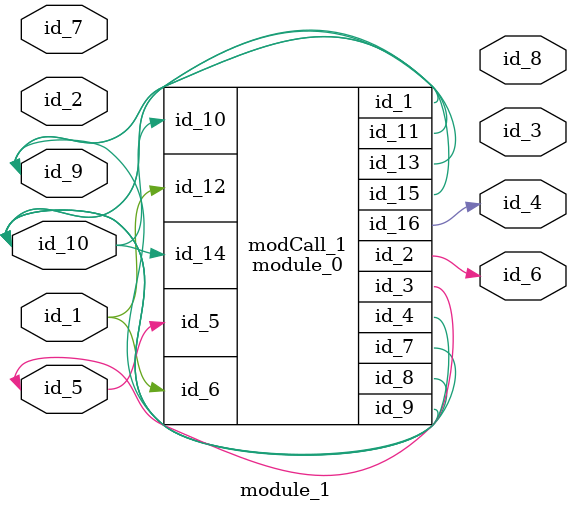
<source format=v>
module module_0 (
    id_1,
    id_2,
    id_3,
    id_4,
    id_5,
    id_6,
    id_7,
    id_8,
    id_9,
    id_10,
    id_11,
    id_12,
    id_13,
    id_14,
    id_15,
    id_16
);
  output wire id_16;
  output wire id_15;
  input wire id_14;
  inout wire id_13;
  input wire id_12;
  inout wire id_11;
  input wire id_10;
  inout wire id_9;
  inout wire id_8;
  output wire id_7;
  input wire id_6;
  input wire id_5;
  output wire id_4;
  inout wire id_3;
  output wire id_2;
  output wire id_1;
endmodule
module module_1 (
    id_1,
    id_2,
    id_3,
    id_4,
    id_5,
    id_6,
    id_7,
    id_8,
    id_9,
    id_10
);
  inout wire id_10;
  inout wire id_9;
  output wire id_8;
  input wire id_7;
  output wire id_6;
  inout wire id_5;
  output wire id_4;
  output wire id_3;
  module_0 modCall_1 (
      id_10,
      id_6,
      id_5,
      id_9,
      id_5,
      id_1,
      id_10,
      id_10,
      id_10,
      id_10,
      id_10,
      id_1,
      id_9,
      id_10,
      id_9,
      id_4
  );
  input wire id_2;
  inout wire id_1;
  wire id_11;
  wire id_12;
endmodule

</source>
